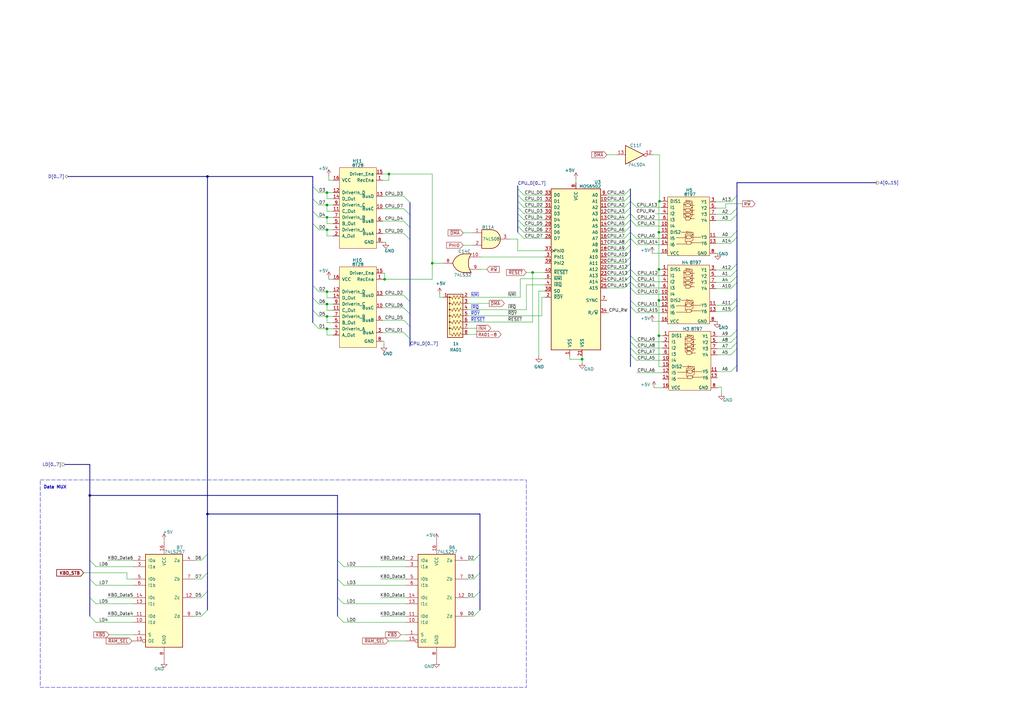
<source format=kicad_sch>
(kicad_sch (version 20230121) (generator eeschema)
  (paper "A3")
  (title_block (title "Apple II Schematic") (rev "0") (comment 1 "Captured from the Apple II Reference Manual (1979)"))
  (lib_symbols
    (symbol "74xx:74LS04"
      (property "Reference" "U" (at 0 1.27 0))
      (property "Value" "74LS04" (at 0 -1.27 0))
      (symbol "74LS04_1_0"
        (pin input line (at -7.62 0 0) (length 3.81) (name "~") (number "1"))
        (pin output inverted (at 7.62 0 180) (length 3.81) (name "~") (number "2"))
      )
      (symbol "74LS04_2_0"
        (pin input line (at -7.62 0 0) (length 3.81) (name "~") (number "3"))
        (pin output inverted (at 7.62 0 180) (length 3.81) (name "~") (number "4"))
      )
      (symbol "74LS04_3_0"
        (pin input line (at -7.62 0 0) (length 3.81) (name "~") (number "5"))
        (pin output inverted (at 7.62 0 180) (length 3.81) (name "~") (number "6"))
      )
      (symbol "74LS04_4_0"
        (pin output inverted (at 7.62 0 180) (length 3.81) (name "~") (number "8"))
        (pin input line (at -7.62 0 0) (length 3.81) (name "~") (number "9"))
      )
      (symbol "74LS04_5_0"
        (pin output inverted (at 7.62 0 180) (length 3.81) (name "~") (number "10"))
        (pin input line (at -7.62 0 0) (length 3.81) (name "~") (number "11"))
      )
      (symbol "74LS04_6_0"
        (pin output inverted (at 7.62 0 180) (length 3.81) (name "~") (number "12"))
        (pin input line (at -7.62 0 0) (length 3.81) (name "~") (number "13"))
      )
      (symbol "74LS04_7_0"
        (pin power_in line (at 0 12.7 270) (length 5.08) (name "VCC") (number "14"))
        (pin power_in line (at 0 -12.7 90) (length 5.08) (name "GND") (number "7"))
      )
    )
    (symbol "74xx:74LS08" (pin_names (offset 1.016))
      (property "Reference" "U" (at 0 1.27 0))
      (property "Value" "74LS08" (at 0 -1.27 0))
      (symbol "74LS08_1_1"
        (pin input line (at -7.62 2.54 0) (length 3.81) (name "~") (number "1"))
        (pin input line (at -7.62 -2.54 0) (length 3.81) (name "~") (number "2"))
        (pin output line (at 7.62 0 180) (length 3.81) (name "~") (number "3"))
      )
      (symbol "74LS08_1_2"
        (pin input inverted (at -7.62 2.54 0) (length 4.318) (name "~") (number "1"))
        (pin input inverted (at -7.62 -2.54 0) (length 4.318) (name "~") (number "2"))
        (pin output inverted (at 7.62 0 180) (length 3.81) (name "~") (number "3"))
      )
      (symbol "74LS08_2_1"
        (pin input line (at -7.62 2.54 0) (length 3.81) (name "~") (number "4"))
        (pin input line (at -7.62 -2.54 0) (length 3.81) (name "~") (number "5"))
        (pin output line (at 7.62 0 180) (length 3.81) (name "~") (number "6"))
      )
      (symbol "74LS08_2_2"
        (pin input inverted (at -7.62 2.54 0) (length 4.318) (name "~") (number "4"))
        (pin input inverted (at -7.62 -2.54 0) (length 4.318) (name "~") (number "5"))
        (pin output inverted (at 7.62 0 180) (length 3.81) (name "~") (number "6"))
      )
      (symbol "74LS08_3_1"
        (pin input line (at -7.62 -2.54 0) (length 3.81) (name "~") (number "10"))
        (pin output line (at 7.62 0 180) (length 3.81) (name "~") (number "8"))
        (pin input line (at -7.62 2.54 0) (length 3.81) (name "~") (number "9"))
      )
      (symbol "74LS08_3_2"
        (pin input inverted (at -7.62 -2.54 0) (length 4.318) (name "~") (number "10"))
        (pin output inverted (at 7.62 0 180) (length 3.81) (name "~") (number "8"))
        (pin input inverted (at -7.62 2.54 0) (length 4.318) (name "~") (number "9"))
      )
      (symbol "74LS08_4_1"
        (pin output line (at 7.62 0 180) (length 3.81) (name "~") (number "11"))
        (pin input line (at -7.62 2.54 0) (length 3.81) (name "~") (number "12"))
        (pin input line (at -7.62 -2.54 0) (length 3.81) (name "~") (number "13"))
      )
      (symbol "74LS08_4_2"
        (pin output inverted (at 7.62 0 180) (length 3.81) (name "~") (number "11"))
        (pin input inverted (at -7.62 2.54 0) (length 4.318) (name "~") (number "12"))
        (pin input inverted (at -7.62 -2.54 0) (length 4.318) (name "~") (number "13"))
      )
      (symbol "74LS08_5_0"
        (pin power_in line (at 0 12.7 270) (length 5.08) (name "VCC") (number "14"))
        (pin power_in line (at 0 -12.7 90) (length 5.08) (name "GND") (number "7"))
      )
    )
    (symbol "74xx:74LS257" (pin_names (offset 1.016))
      (property "Reference" "U" (at -7.62 19.05 0))
      (property "Value" "74LS257" (at -7.62 -21.59 0))
      (symbol "74LS257_1_0"
        (pin input line (at -12.7 -15.24 0) (length 5.08) (name "S") (number "1"))
        (pin input line (at -12.7 -10.16 0) (length 5.08) (name "I1d") (number "10"))
        (pin input line (at -12.7 -7.62 0) (length 5.08) (name "I0d") (number "11"))
        (pin tri_state line (at 12.7 0 180) (length 5.08) (name "Zc") (number "12"))
        (pin input line (at -12.7 -2.54 0) (length 5.08) (name "I1c") (number "13"))
        (pin input line (at -12.7 0 0) (length 5.08) (name "I0c") (number "14"))
        (pin input inverted (at -12.7 -17.78 0) (length 5.08) (name "OE") (number "15"))
        (pin power_in line (at 0 22.86 270) (length 5.08) (name "VCC") (number "16"))
        (pin input line (at -12.7 15.24 0) (length 5.08) (name "I0a") (number "2"))
        (pin input line (at -12.7 12.7 0) (length 5.08) (name "I1a") (number "3"))
        (pin tri_state line (at 12.7 15.24 180) (length 5.08) (name "Za") (number "4"))
        (pin input line (at -12.7 7.62 0) (length 5.08) (name "I0b") (number "5"))
        (pin input line (at -12.7 5.08 0) (length 5.08) (name "I1b") (number "6"))
        (pin tri_state line (at 12.7 7.62 180) (length 5.08) (name "Zb") (number "7"))
        (pin power_in line (at 0 -25.4 90) (length 5.08) (name "GND") (number "8"))
        (pin tri_state line (at 12.7 -7.62 180) (length 5.08) (name "Zd") (number "9"))
      )
    )
    (symbol "74xx:74LS32" (pin_names (offset 1.016))
      (property "Reference" "U" (at 0 1.27 0))
      (property "Value" "74LS32" (at 0 -1.27 0))
      (symbol "74LS32_1_1"
        (pin input line (at -7.62 2.54 0) (length 4.318) (name "~") (number "1"))
        (pin input line (at -7.62 -2.54 0) (length 4.318) (name "~") (number "2"))
        (pin output line (at 7.62 0 180) (length 3.81) (name "~") (number "3"))
      )
      (symbol "74LS32_1_2"
        (pin input inverted (at -7.62 2.54 0) (length 3.81) (name "~") (number "1"))
        (pin input inverted (at -7.62 -2.54 0) (length 3.81) (name "~") (number "2"))
        (pin output inverted (at 7.62 0 180) (length 3.81) (name "~") (number "3"))
      )
      (symbol "74LS32_2_1"
        (pin input line (at -7.62 2.54 0) (length 4.318) (name "~") (number "4"))
        (pin input line (at -7.62 -2.54 0) (length 4.318) (name "~") (number "5"))
        (pin output line (at 7.62 0 180) (length 3.81) (name "~") (number "6"))
      )
      (symbol "74LS32_2_2"
        (pin input inverted (at -7.62 2.54 0) (length 3.81) (name "~") (number "4"))
        (pin input inverted (at -7.62 -2.54 0) (length 3.81) (name "~") (number "5"))
        (pin output inverted (at 7.62 0 180) (length 3.81) (name "~") (number "6"))
      )
      (symbol "74LS32_3_1"
        (pin input line (at -7.62 -2.54 0) (length 4.318) (name "~") (number "10"))
        (pin output line (at 7.62 0 180) (length 3.81) (name "~") (number "8"))
        (pin input line (at -7.62 2.54 0) (length 4.318) (name "~") (number "9"))
      )
      (symbol "74LS32_3_2"
        (pin input inverted (at -7.62 -2.54 0) (length 3.81) (name "~") (number "10"))
        (pin output inverted (at 7.62 0 180) (length 3.81) (name "~") (number "8"))
        (pin input inverted (at -7.62 2.54 0) (length 3.81) (name "~") (number "9"))
      )
      (symbol "74LS32_4_1"
        (pin output line (at 7.62 0 180) (length 3.81) (name "~") (number "11"))
        (pin input line (at -7.62 2.54 0) (length 4.318) (name "~") (number "12"))
        (pin input line (at -7.62 -2.54 0) (length 4.318) (name "~") (number "13"))
      )
      (symbol "74LS32_4_2"
        (pin output inverted (at 7.62 0 180) (length 3.81) (name "~") (number "11"))
        (pin input inverted (at -7.62 2.54 0) (length 3.81) (name "~") (number "12"))
        (pin input inverted (at -7.62 -2.54 0) (length 3.81) (name "~") (number "13"))
      )
      (symbol "74LS32_5_0"
        (pin power_in line (at 0 12.7 270) (length 5.08) (name "VCC") (number "14"))
        (pin power_in line (at 0 -12.7 90) (length 5.08) (name "GND") (number "7"))
      )
    )
    (symbol "AppleII+:8T97" (pin_names (offset 1.016))
      (property "Reference" "U" (at 0 10.16 0))
      (property "Value" "8T97" (at 0.508 -16.256 0))
      (symbol "8T97_1_1"
        (pin input line (at -10.16 7.112 0) (length 2.54) (name "DIS1") (number "1"))
        (pin input line (at -10.16 -3.048 0) (length 2.54) (name "I4") (number "10"))
        (pin output line (at 12.192 -7.62 180) (length 2.54) (name "Y5") (number "11"))
        (pin input line (at -10.16 -8.128 0) (length 2.54) (name "I5") (number "12"))
        (pin output line (at 12.192 -10.16 180) (length 2.54) (name "Y6") (number "13"))
        (pin input line (at -10.16 -10.668 0) (length 2.54) (name "I6") (number "14"))
        (pin input line (at -10.16 -5.588 0) (length 2.54) (name "DIS2") (number "15"))
        (pin power_in line (at -10.16 -14.224 0) (length 2.54) (name "VCC") (number "16"))
        (pin input line (at -10.16 4.572 0) (length 2.54) (name "I1") (number "2"))
        (pin output line (at 12.192 6.858 180) (length 2.54) (name "Y1") (number "3"))
        (pin input line (at -10.16 2.032 0) (length 2.54) (name "I2") (number "4"))
        (pin output line (at 12.192 4.318 180) (length 2.54) (name "Y2") (number "5"))
        (pin input line (at -10.16 -0.508 0) (length 2.54) (name "I3") (number "6"))
        (pin output line (at 12.192 1.778 180) (length 2.54) (name "Y3") (number "7"))
        (pin power_in line (at 12.192 -14.224 180) (length 2.54) (name "GND") (number "8"))
        (pin output line (at 12.192 -0.762 180) (length 2.54) (name "Y4") (number "9"))
      )
    )
    (symbol "AppleII-rescue:8T28-AppleII" (pin_names (offset 1.016))
      (property "Reference" "U" (at -5.842 18.542 0))
      (property "Value" "AppleII_8T28" (at -5.334 16.256 0))
      (symbol "8T28-AppleII_1_1"
        (pin input line (at -10.16 -12.7 0) (length 2.54) (name "RecEna") (number "1"))
        (pin bidirectional line (at -10.16 -1.016 0) (length 2.54) (name "BusC") (number "10"))
        (pin output line (at 10.16 0 180) (length 2.54) (name "C_Out") (number "11"))
        (pin input line (at 10.16 -7.62 180) (length 2.54) (name "DriverIn_D") (number "12"))
        (pin bidirectional line (at -10.16 -6.096 0) (length 2.54) (name "BusD") (number "13"))
        (pin output line (at 10.16 -5.08 180) (length 2.54) (name "D_Out") (number "14"))
        (pin input line (at -10.16 -15.24 0) (length 2.54) (name "Driver_Ena") (number "15"))
        (pin power_in line (at 10.16 -12.7 180) (length 2.54) (name "VCC") (number "16"))
        (pin output line (at 10.16 10.16 180) (length 2.54) (name "A_Out") (number "2"))
        (pin bidirectional line (at -10.16 9.144 0) (length 2.54) (name "BusA") (number "3"))
        (pin input line (at 10.16 7.62 180) (length 2.54) (name "DriverIn_A") (number "4"))
        (pin output line (at 10.16 5.08 180) (length 2.54) (name "B_Out") (number "5"))
        (pin bidirectional line (at -10.16 4.064 0) (length 2.54) (name "BusB") (number "6"))
        (pin input line (at 10.16 2.54 180) (length 2.54) (name "DriverIn_B") (number "7"))
        (pin power_in line (at -10.16 12.7 0) (length 2.54) (name "GND") (number "8"))
        (pin input line (at 10.16 -2.54 180) (length 2.54) (name "DriverIn_C") (number "9"))
      )
    )
    (symbol "AppleII-rescue:8T97-AppleII" (pin_names (offset 1.016))
      (property "Reference" "U" (at 0 10.16 0))
      (property "Value" "AppleII_8T97" (at 0.508 -16.256 0))
      (symbol "8T97-AppleII_1_1"
        (pin input line (at -10.16 7.112 0) (length 2.54) (name "DIS1") (number "1"))
        (pin input line (at -10.16 -3.048 0) (length 2.54) (name "I4") (number "10"))
        (pin output line (at 12.192 -7.62 180) (length 2.54) (name "Y5") (number "11"))
        (pin input line (at -10.16 -8.128 0) (length 2.54) (name "I5") (number "12"))
        (pin output line (at 12.192 -10.16 180) (length 2.54) (name "Y6") (number "13"))
        (pin input line (at -10.16 -10.668 0) (length 2.54) (name "I6") (number "14"))
        (pin input line (at -10.16 -5.588 0) (length 2.54) (name "DIS2") (number "15"))
        (pin power_in line (at -10.16 -14.224 0) (length 2.54) (name "VCC") (number "16"))
        (pin input line (at -10.16 4.572 0) (length 2.54) (name "I1") (number "2"))
        (pin output line (at 12.192 6.858 180) (length 2.54) (name "Y1") (number "3"))
        (pin input line (at -10.16 2.032 0) (length 2.54) (name "I2") (number "4"))
        (pin output line (at 12.192 4.318 180) (length 2.54) (name "Y2") (number "5"))
        (pin input line (at -10.16 -0.508 0) (length 2.54) (name "I3") (number "6"))
        (pin output line (at 12.192 1.778 180) (length 2.54) (name "Y3") (number "7"))
        (pin power_in line (at 12.192 -14.224 180) (length 2.54) (name "GND") (number "8"))
        (pin output line (at 12.192 -0.762 180) (length 2.54) (name "Y4") (number "9"))
      )
    )
    (symbol "AppleII-rescue:MOS6502-AppleII" (pin_names (offset 1.016))
      (property "Reference" "U" (at -8.89 34.29 0))
      (property "Value" "AppleII_MOS6502" (at 10.16 34.29 0))
      (symbol "MOS6502-AppleII_1_1"
        (pin power_in line (at -2.54 -35.56 90) (length 2.54) (name "VSS") (number "1"))
        (pin output line (at 12.7 27.94 180) (length 2.54) (name "A1") (number "10"))
        (pin output line (at 12.7 25.4 180) (length 2.54) (name "A2") (number "11"))
        (pin output line (at 12.7 22.86 180) (length 2.54) (name "A3") (number "12"))
        (pin output line (at 12.7 20.32 180) (length 2.54) (name "A4") (number "13"))
        (pin output line (at 12.7 17.78 180) (length 2.54) (name "A5") (number "14"))
        (pin output line (at 12.7 15.24 180) (length 2.54) (name "A6") (number "15"))
        (pin output line (at 12.7 12.7 180) (length 2.54) (name "A7") (number "16"))
        (pin output line (at 12.7 10.16 180) (length 2.54) (name "A8") (number "17"))
        (pin output line (at 12.7 7.62 180) (length 2.54) (name "A9") (number "18"))
        (pin output line (at 12.7 5.08 180) (length 2.54) (name "A10") (number "19"))
        (pin bidirectional line (at -12.7 -11.43 0) (length 2.54) (name "~{RDY}") (number "2"))
        (pin output line (at 12.7 2.54 180) (length 2.54) (name "A11") (number "20"))
        (pin power_in line (at 2.54 -35.56 90) (length 2.54) (name "VSS") (number "21"))
        (pin output line (at 12.7 0 180) (length 2.54) (name "A12") (number "22"))
        (pin output line (at 12.7 -2.54 180) (length 2.54) (name "A13") (number "23"))
        (pin output line (at 12.7 -5.08 180) (length 2.54) (name "A14") (number "24"))
        (pin output line (at 12.7 -7.62 180) (length 2.54) (name "A15") (number "25"))
        (pin bidirectional line (at -12.7 12.7 0) (length 2.54) (name "D7") (number "26"))
        (pin bidirectional line (at -12.7 15.24 0) (length 2.54) (name "D6") (number "27"))
        (pin bidirectional line (at -12.7 17.78 0) (length 2.54) (name "D5") (number "28"))
        (pin bidirectional line (at -12.7 20.32 0) (length 2.54) (name "D4") (number "29"))
        (pin output line (at -12.7 5.08 0) (length 2.54) (name "Phi1") (number "3"))
        (pin bidirectional line (at -12.7 22.86 0) (length 2.54) (name "D3") (number "30"))
        (pin bidirectional line (at -12.7 25.4 0) (length 2.54) (name "D2") (number "31"))
        (pin bidirectional line (at -12.7 27.94 0) (length 2.54) (name "D1") (number "32"))
        (pin bidirectional line (at -12.7 30.48 0) (length 2.54) (name "D0") (number "33"))
        (pin output line (at 12.7 -17.78 180) (length 2.54) (name "R/~{W}") (number "34"))
        (pin no_connect line (at -12.7 -22.86 0) (length 2.54) hide (name "N.C.") (number "35"))
        (pin no_connect line (at -12.7 -25.4 0) (length 2.54) hide (name "N.C.") (number "36"))
        (pin input clock (at -12.7 7.62 0) (length 2.54) (name "Phi0") (number "37"))
        (pin input line (at -12.7 -8.89 0) (length 2.54) (name "SO") (number "38"))
        (pin output line (at -12.7 2.54 0) (length 2.54) (name "Phi2") (number "39"))
        (pin input line (at -12.7 -6.35 0) (length 2.54) (name "~{IRQ}") (number "4"))
        (pin input line (at -12.7 -1.27 0) (length 2.54) (name "~{RESET}") (number "40"))
        (pin no_connect line (at -12.7 -20.32 0) (length 2.54) hide (name "NC") (number "5"))
        (pin input line (at -12.7 -3.81 0) (length 2.54) (name "~{NMI}") (number "6"))
        (pin output line (at 12.7 -12.7 180) (length 2.54) (name "SYNC") (number "7"))
        (pin power_in line (at 0 35.56 270) (length 2.54) (name "VCC") (number "8"))
        (pin output line (at 12.7 30.48 180) (length 2.54) (name "A0") (number "9"))
      )
    )
    (symbol "Device:R_Network07_US" (pin_names (offset 0) hide)
      (property "Reference" "RN" (at -10.16 0 90))
      (property "Value" "R_Network07_US" (at 10.16 0 90))
      (symbol "R_Network07_US_1_1"
        (pin passive line (at -7.62 5.08 270) (length 2.54) (name "common") (number "1"))
        (pin passive line (at -7.62 -5.08 90) (length 1.27) (name "R1") (number "2"))
        (pin passive line (at -5.08 -5.08 90) (length 1.27) (name "R2") (number "3"))
        (pin passive line (at -2.54 -5.08 90) (length 1.27) (name "R3") (number "4"))
        (pin passive line (at 0 -5.08 90) (length 1.27) (name "R4") (number "5"))
        (pin passive line (at 2.54 -5.08 90) (length 1.27) (name "R5") (number "6"))
        (pin passive line (at 5.08 -5.08 90) (length 1.27) (name "R6") (number "7"))
        (pin passive line (at 7.62 -5.08 90) (length 1.27) (name "R7") (number "8"))
      )
    )
    (symbol "power:+5V" (power) (pin_names (offset 0))
      (property "Value" "+5V" (at 0 3.556 0))
      (symbol "+5V_1_1"
        (pin power_in line (at 0 0 90) (length 0) hide (name "+5V") (number "1"))
      )
    )
    (symbol "power:GND" (power) (pin_names (offset 0))
      (property "Value" "GND" (at 0 -3.81 0))
      (symbol "GND_1_1"
        (pin power_in line (at 0 0 270) (length 0) hide (name "GND") (number "1"))
      )
    )
  )
  (junction (at 177.292 107.95))
  (junction (at 134.112 94.234))
  (junction (at 134.112 78.994))
  (junction (at 134.112 119.634))
  (junction (at 218.44 111.76))
  (junction (at 134.112 124.714))
  (junction (at 134.112 89.154))
  (junction (at 270.256 95.25))
  (junction (at 134.112 134.874))
  (junction (at 134.112 84.074))
  (junction (at 159.512 71.374))
  (junction (at 85.09 210.82))
  (junction (at 134.112 129.794))
  (junction (at 85.09 72.39))
  (junction (at 270.256 123.19))
  (junction (at 270.256 110.49))
  (junction (at 270.51 82.55))
  (junction (at 36.83 203.2))
  (junction (at 157.734 114.554))
  (junction (at 238.76 147.32))
  (junction (at 270.256 137.668))
  (bus_entry (at 138.43 252.73) (size 2.54 2.54))
  (bus_entry (at 302.26 108.204) (size -2.54 2.54))
  (bus_entry (at 258.572 140.208) (size 2.54 2.54))
  (bus_entry (at 302.26 143.002) (size -2.54 2.54))
  (bus_entry (at 302.26 140.462) (size -2.54 2.54))
  (bus_entry (at 258.572 115.57) (size 2.54 2.54))
  (bus_entry (at 256.032 90.17) (size 2.54 -2.54))
  (bus_entry (at 168.148 83.058) (size -2.54 -2.54))
  (bus_entry (at 256.032 102.87) (size 2.54 -2.54))
  (bus_entry (at 36.83 245.11) (size 2.54 2.54))
  (bus_entry (at 128.27 91.694) (size 2.54 2.54))
  (bus_entry (at 196.85 250.19) (size -2.54 2.54))
  (bus_entry (at 258.572 145.288) (size 2.54 2.54))
  (bus_entry (at 258.572 137.668) (size 2.54 2.54))
  (bus_entry (at 168.148 133.858) (size -2.54 -2.54))
  (bus_entry (at 212.344 95.25) (size 2.54 2.54))
  (bus_entry (at 258.572 95.25) (size 2.54 2.54))
  (bus_entry (at 256.032 95.25) (size 2.54 -2.54))
  (bus_entry (at 128.27 81.534) (size 2.54 2.54))
  (bus_entry (at 85.09 234.95) (size -2.54 2.54))
  (bus_entry (at 256.032 97.79) (size 2.54 -2.54))
  (bus_entry (at 302.26 87.884) (size -2.54 2.54))
  (bus_entry (at 138.43 237.49) (size 2.54 2.54))
  (bus_entry (at 302.26 97.282) (size -2.54 2.54))
  (bus_entry (at 128.27 127.254) (size 2.54 2.54))
  (bus_entry (at 85.09 250.19) (size -2.54 2.54))
  (bus_entry (at 196.85 242.57) (size -2.54 2.54))
  (bus_entry (at 258.572 118.11) (size 2.54 2.54))
  (bus_entry (at 302.26 80.264) (size -2.54 2.54))
  (bus_entry (at 36.83 252.73) (size 2.54 2.54))
  (bus_entry (at 302.26 85.344) (size -2.54 2.54))
  (bus_entry (at 168.148 123.698) (size -2.54 -2.54))
  (bus_entry (at 258.572 90.17) (size 2.54 2.54))
  (bus_entry (at 128.27 117.094) (size 2.54 2.54))
  (bus_entry (at 302.26 135.382) (size -2.54 2.54))
  (bus_entry (at 85.09 242.57) (size -2.54 2.54))
  (bus_entry (at 256.032 85.09) (size 2.54 -2.54))
  (bus_entry (at 212.344 92.71) (size 2.54 2.54))
  (bus_entry (at 128.27 132.334) (size 2.54 2.54))
  (bus_entry (at 302.26 94.742) (size -2.54 2.54))
  (bus_entry (at 196.85 234.95) (size -2.54 2.54))
  (bus_entry (at 258.572 110.49) (size 2.54 2.54))
  (bus_entry (at 36.83 237.49) (size 2.54 2.54))
  (bus_entry (at 302.26 110.744) (size -2.54 2.54))
  (bus_entry (at 138.43 245.11) (size 2.54 2.54))
  (bus_entry (at 212.344 80.01) (size 2.54 2.54))
  (bus_entry (at 258.572 123.19) (size 2.54 2.54))
  (bus_entry (at 256.032 110.49) (size 2.54 -2.54))
  (bus_entry (at 256.032 107.95) (size 2.54 -2.54))
  (bus_entry (at 212.344 90.17) (size 2.54 2.54))
  (bus_entry (at 256.032 118.11) (size 2.54 -2.54))
  (bus_entry (at 258.572 125.73) (size 2.54 2.54))
  (bus_entry (at 302.26 125.222) (size -2.54 2.54))
  (bus_entry (at 168.148 93.218) (size -2.54 -2.54))
  (bus_entry (at 256.032 92.71) (size 2.54 -2.54))
  (bus_entry (at 258.572 82.55) (size 2.54 2.54))
  (bus_entry (at 128.27 122.174) (size 2.54 2.54))
  (bus_entry (at 168.148 98.298) (size -2.54 -2.54))
  (bus_entry (at 258.572 113.03) (size 2.54 2.54))
  (bus_entry (at 302.26 113.284) (size -2.54 2.54))
  (bus_entry (at 168.148 138.938) (size -2.54 -2.54))
  (bus_entry (at 256.032 113.03) (size 2.54 -2.54))
  (bus_entry (at 256.032 115.57) (size 2.54 -2.54))
  (bus_entry (at 258.572 77.47) (size -2.54 2.54))
  (bus_entry (at 212.344 87.63) (size 2.54 2.54))
  (bus_entry (at 258.572 142.748) (size 2.54 2.54))
  (bus_entry (at 212.344 85.09) (size 2.54 2.54))
  (bus_entry (at 256.032 87.63) (size 2.54 -2.54))
  (bus_entry (at 85.09 227.33) (size -2.54 2.54))
  (bus_entry (at 258.572 87.63) (size 2.54 2.54))
  (bus_entry (at 256.032 100.33) (size 2.54 -2.54))
  (bus_entry (at 212.344 77.47) (size 2.54 2.54))
  (bus_entry (at 258.572 80.01) (size -2.54 2.54))
  (bus_entry (at 168.148 128.778) (size -2.54 -2.54))
  (bus_entry (at 168.148 88.138) (size -2.54 -2.54))
  (bus_entry (at 212.344 82.55) (size 2.54 2.54))
  (bus_entry (at 128.27 76.454) (size 2.54 2.54))
  (bus_entry (at 128.27 86.614) (size 2.54 2.54))
  (bus_entry (at 138.43 229.87) (size 2.54 2.54))
  (bus_entry (at 256.032 105.41) (size 2.54 -2.54))
  (bus_entry (at 302.26 149.86) (size -2.54 2.54))
  (bus_entry (at 36.83 229.87) (size 2.54 2.54))
  (bus_entry (at 302.26 115.824) (size -2.54 2.54))
  (bus_entry (at 258.572 97.79) (size 2.54 2.54))
  (bus_entry (at 302.26 137.922) (size -2.54 2.54))
  (bus_entry (at 196.85 227.33) (size -2.54 2.54))
  (bus_entry (at 302.26 122.682) (size -2.54 2.54))
  (bus (pts (xy 302.26 97.282) (xy 302.26 108.204)))
  (wire (pts (xy 248.92 113.03) (xy 256.032 113.03)))
  (bus (pts (xy 258.572 145.288) (xy 258.572 150.368)))
  (bus (pts (xy 212.344 76.2) (xy 212.344 77.47)))
  (wire (pts (xy 248.92 90.17) (xy 256.032 90.17)))
  (bus (pts (xy 26.67 190.5) (xy 36.83 190.5)))
  (wire (pts (xy 248.92 95.25) (xy 256.032 95.25)))
  (wire (pts (xy 248.92 63.5) (xy 252.73 63.5)))
  (wire (pts (xy 156.972 139.954) (xy 157.48 139.954)))
  (bus (pts (xy 85.09 72.39) (xy 128.27 72.39)))
  (wire (pts (xy 261.112 92.71) (xy 271.272 92.71)))
  (bus (pts (xy 258.572 113.03) (xy 258.572 115.57)))
  (bus (pts (xy 302.26 122.682) (xy 302.26 125.222)))
  (wire (pts (xy 214.884 97.79) (xy 223.52 97.79)))
  (wire (pts (xy 271.272 82.55) (xy 270.51 82.55)))
  (wire (pts (xy 271.272 123.19) (xy 270.256 123.19)))
  (wire (pts (xy 295.91 158.75) (xy 295.91 161.29)))
  (wire (pts (xy 261.112 128.27) (xy 271.272 128.27)))
  (bus (pts (xy 138.43 245.11) (xy 138.43 252.73)))
  (wire (pts (xy 212.344 98.044) (xy 212.344 102.87)))
  (wire (pts (xy 166.37 229.87) (xy 156.21 229.87)))
  (wire (pts (xy 39.37 247.65) (xy 54.61 247.65)))
  (wire (pts (xy 214.884 95.25) (xy 223.52 95.25)))
  (wire (pts (xy 166.37 237.49) (xy 156.21 237.49)))
  (bus (pts (xy 302.26 115.824) (xy 302.26 122.682)))
  (wire (pts (xy 134.112 89.154) (xy 136.652 89.154)))
  (bus (pts (xy 168.148 133.858) (xy 168.148 138.938)))
  (bus (pts (xy 212.344 77.47) (xy 212.344 80.01)))
  (wire (pts (xy 136.652 81.534) (xy 134.112 81.534)))
  (wire (pts (xy 134.112 94.234) (xy 136.652 94.234)))
  (bus (pts (xy 168.148 128.778) (xy 168.148 133.858)))
  (wire (pts (xy 191.77 252.73) (xy 194.31 252.73)))
  (wire (pts (xy 213.36 114.3) (xy 213.36 121.92)))
  (wire (pts (xy 180.34 121.92) (xy 181.61 121.92)))
  (wire (pts (xy 295.91 158.75) (xy 294.64 158.75)))
  (bus (pts (xy 27.94 72.39) (xy 85.09 72.39)))
  (wire (pts (xy 297.688 83.566) (xy 304.546 83.566)))
  (wire (pts (xy 157.734 112.014) (xy 157.734 114.554)))
  (wire (pts (xy 134.112 134.874) (xy 136.652 134.874)))
  (wire (pts (xy 261.112 152.908) (xy 271.78 152.908)))
  (bus (pts (xy 302.26 85.344) (xy 302.26 87.884)))
  (wire (pts (xy 293.624 85.344) (xy 297.688 85.344)))
  (wire (pts (xy 165.608 126.238) (xy 156.972 126.238)))
  (bus (pts (xy 258.572 95.25) (xy 258.572 97.79)))
  (wire (pts (xy 180.34 120.65) (xy 180.34 121.92)))
  (wire (pts (xy 199.644 110.49) (xy 197.104 110.49)))
  (bus (pts (xy 258.572 123.19) (xy 258.572 125.73)))
  (wire (pts (xy 166.37 252.73) (xy 156.21 252.73)))
  (bus (pts (xy 258.572 105.41) (xy 258.572 107.95)))
  (wire (pts (xy 248.92 92.71) (xy 256.032 92.71)))
  (wire (pts (xy 134.112 129.794) (xy 136.652 129.794)))
  (bus (pts (xy 196.85 227.33) (xy 196.85 234.95)))
  (wire (pts (xy 214.884 80.01) (xy 223.52 80.01)))
  (bus (pts (xy 258.572 90.17) (xy 258.572 92.71)))
  (bus (pts (xy 258.572 97.79) (xy 258.572 100.33)))
  (bus (pts (xy 196.85 242.57) (xy 196.85 250.19)))
  (wire (pts (xy 134.112 124.714) (xy 136.652 124.714)))
  (wire (pts (xy 270.51 82.55) (xy 270.51 63.5)))
  (bus (pts (xy 168.148 88.138) (xy 168.148 93.218)))
  (wire (pts (xy 136.652 96.774) (xy 134.112 96.774)))
  (wire (pts (xy 271.78 150.368) (xy 270.256 150.368)))
  (bus (pts (xy 302.26 125.222) (xy 302.26 135.382)))
  (bus (pts (xy 196.85 234.95) (xy 196.85 242.57)))
  (wire (pts (xy 181.864 107.95) (xy 177.292 107.95)))
  (bus (pts (xy 128.27 86.614) (xy 128.27 91.694)))
  (bus (pts (xy 128.27 122.174) (xy 128.27 127.254)))
  (wire (pts (xy 39.37 240.03) (xy 54.61 240.03)))
  (wire (pts (xy 130.81 119.634) (xy 134.112 119.634)))
  (wire (pts (xy 177.292 107.95) (xy 177.292 71.374)))
  (wire (pts (xy 166.37 260.35) (xy 164.338 260.35)))
  (bus (pts (xy 258.572 110.49) (xy 258.572 113.03)))
  (wire (pts (xy 294.132 140.462) (xy 299.72 140.462)))
  (wire (pts (xy 214.884 90.17) (xy 223.52 90.17)))
  (bus (pts (xy 36.83 245.11) (xy 36.83 252.73)))
  (wire (pts (xy 222.25 121.92) (xy 223.52 121.92)))
  (wire (pts (xy 39.37 255.27) (xy 54.61 255.27)))
  (wire (pts (xy 165.608 95.758) (xy 156.972 95.758)))
  (wire (pts (xy 261.112 97.79) (xy 271.272 97.79)))
  (bus (pts (xy 302.26 108.204) (xy 302.26 110.744)))
  (wire (pts (xy 270.256 123.19) (xy 270.256 110.49)))
  (bus (pts (xy 212.344 87.63) (xy 212.344 90.17)))
  (bus (pts (xy 85.09 72.39) (xy 85.09 210.82)))
  (wire (pts (xy 271.272 95.25) (xy 270.256 95.25)))
  (wire (pts (xy 293.624 118.364) (xy 299.72 118.364)))
  (wire (pts (xy 268.224 159.004) (xy 271.78 159.004)))
  (wire (pts (xy 165.608 80.518) (xy 156.972 80.518)))
  (wire (pts (xy 220.98 119.38) (xy 223.52 119.38)))
  (wire (pts (xy 166.37 245.11) (xy 156.21 245.11)))
  (wire (pts (xy 271.78 137.668) (xy 270.256 137.668)))
  (wire (pts (xy 261.112 147.828) (xy 271.78 147.828)))
  (bus (pts (xy 36.83 203.2) (xy 36.83 229.87)))
  (bus (pts (xy 258.572 142.748) (xy 258.572 145.288)))
  (wire (pts (xy 293.624 115.824) (xy 299.72 115.824)))
  (bus (pts (xy 258.572 107.95) (xy 258.572 110.49)))
  (bus (pts (xy 36.83 237.49) (xy 36.83 245.11)))
  (wire (pts (xy 156.972 73.914) (xy 159.512 73.914)))
  (bus (pts (xy 36.83 190.5) (xy 36.83 203.2)))
  (wire (pts (xy 52.07 234.95) (xy 52.07 237.49)))
  (bus (pts (xy 302.26 74.93) (xy 359.41 74.93)))
  (bus (pts (xy 258.572 137.668) (xy 258.572 140.208)))
  (wire (pts (xy 179.07 271.272) (xy 179.07 270.51)))
  (wire (pts (xy 134.874 72.136) (xy 134.874 73.914)))
  (wire (pts (xy 270.256 150.368) (xy 270.256 137.668)))
  (bus (pts (xy 128.27 76.454) (xy 128.27 81.534)))
  (wire (pts (xy 189.992 95.504) (xy 193.802 95.504)))
  (bus (pts (xy 258.572 80.01) (xy 258.572 82.55)))
  (bus (pts (xy 302.26 149.86) (xy 302.26 152.4)))
  (bus (pts (xy 212.344 90.17) (xy 212.344 92.71)))
  (wire (pts (xy 165.608 131.318) (xy 156.972 131.318)))
  (wire (pts (xy 134.112 137.414) (xy 134.112 134.874)))
  (wire (pts (xy 191.77 129.54) (xy 222.25 129.54)))
  (wire (pts (xy 44.704 260.35) (xy 54.61 260.35)))
  (bus (pts (xy 85.09 242.57) (xy 85.09 250.19)))
  (wire (pts (xy 261.112 90.17) (xy 271.272 90.17)))
  (wire (pts (xy 157.734 114.554) (xy 156.972 114.554)))
  (wire (pts (xy 39.37 232.41) (xy 54.61 232.41)))
  (bus (pts (xy 258.572 102.87) (xy 258.572 105.41)))
  (bus (pts (xy 302.26 94.742) (xy 302.26 97.282)))
  (wire (pts (xy 159.512 71.374) (xy 156.972 71.374)))
  (wire (pts (xy 261.112 100.33) (xy 271.272 100.33)))
  (wire (pts (xy 54.102 262.89) (xy 54.61 262.89)))
  (wire (pts (xy 134.874 114.046) (xy 134.874 114.554)))
  (wire (pts (xy 248.92 100.33) (xy 256.032 100.33)))
  (wire (pts (xy 44.196 229.87) (xy 54.61 229.87)))
  (bus (pts (xy 258.572 85.09) (xy 258.572 87.63)))
  (wire (pts (xy 134.112 127.254) (xy 134.112 124.714)))
  (wire (pts (xy 261.112 120.65) (xy 271.272 120.65)))
  (wire (pts (xy 293.624 125.222) (xy 299.72 125.222)))
  (wire (pts (xy 293.624 113.284) (xy 299.72 113.284)))
  (bus (pts (xy 258.572 115.57) (xy 258.572 118.11)))
  (wire (pts (xy 215.9 127) (xy 215.9 116.84)))
  (wire (pts (xy 248.92 102.87) (xy 256.032 102.87)))
  (wire (pts (xy 134.112 119.634) (xy 136.652 119.634)))
  (wire (pts (xy 293.624 131.826) (xy 294.132 131.826)))
  (wire (pts (xy 261.112 125.73) (xy 271.272 125.73)))
  (wire (pts (xy 130.81 78.994) (xy 134.112 78.994)))
  (wire (pts (xy 52.07 234.95) (xy 34.29 234.95)))
  (bus (pts (xy 168.148 138.938) (xy 168.148 141.986)))
  (wire (pts (xy 134.874 73.914) (xy 136.652 73.914)))
  (wire (pts (xy 248.92 87.63) (xy 256.032 87.63)))
  (wire (pts (xy 294.64 159.004) (xy 294.132 159.004)))
  (bus (pts (xy 128.27 75.184) (xy 128.27 76.454)))
  (wire (pts (xy 140.97 255.27) (xy 166.37 255.27)))
  (bus (pts (xy 128.27 127.254) (xy 128.27 132.334)))
  (wire (pts (xy 238.76 147.32) (xy 238.76 146.05)))
  (wire (pts (xy 134.112 122.174) (xy 134.112 119.634)))
  (bus (pts (xy 212.344 85.09) (xy 212.344 87.63)))
  (wire (pts (xy 248.92 82.55) (xy 256.032 82.55)))
  (wire (pts (xy 197.104 105.41) (xy 223.52 105.41)))
  (wire (pts (xy 261.112 113.03) (xy 271.272 113.03)))
  (wire (pts (xy 267.462 131.826) (xy 271.272 131.826)))
  (wire (pts (xy 212.344 102.87) (xy 223.52 102.87)))
  (wire (pts (xy 261.112 140.208) (xy 271.78 140.208)))
  (bus (pts (xy 212.344 80.01) (xy 212.344 82.55)))
  (bus (pts (xy 302.26 80.264) (xy 302.26 85.344)))
  (wire (pts (xy 191.77 137.16) (xy 195.58 137.16)))
  (wire (pts (xy 293.624 90.424) (xy 299.72 90.424)))
  (wire (pts (xy 177.292 114.554) (xy 177.292 107.95)))
  (wire (pts (xy 140.97 240.03) (xy 166.37 240.03)))
  (wire (pts (xy 214.884 85.09) (xy 223.52 85.09)))
  (wire (pts (xy 177.292 71.374) (xy 159.512 71.374)))
  (wire (pts (xy 293.624 82.804) (xy 299.72 82.804)))
  (wire (pts (xy 248.92 107.95) (xy 256.032 107.95)))
  (wire (pts (xy 130.81 129.794) (xy 134.112 129.794)))
  (bus (pts (xy 128.27 81.534) (xy 128.27 86.614)))
  (wire (pts (xy 134.112 132.334) (xy 134.112 129.794)))
  (wire (pts (xy 165.608 121.158) (xy 156.972 121.158)))
  (wire (pts (xy 189.992 100.584) (xy 193.802 100.584)))
  (bus (pts (xy 302.26 110.744) (xy 302.26 113.284)))
  (wire (pts (xy 233.68 146.05) (xy 233.68 147.32)))
  (bus (pts (xy 302.26 87.884) (xy 302.26 94.742)))
  (bus (pts (xy 85.09 227.33) (xy 85.09 234.95)))
  (bus (pts (xy 168.148 123.698) (xy 168.148 128.778)))
  (wire (pts (xy 80.01 252.73) (xy 82.55 252.73)))
  (wire (pts (xy 191.77 229.87) (xy 194.31 229.87)))
  (bus (pts (xy 196.85 210.82) (xy 196.85 227.33)))
  (wire (pts (xy 220.98 119.38) (xy 220.98 146.05)))
  (wire (pts (xy 214.884 82.55) (xy 223.52 82.55)))
  (wire (pts (xy 214.884 92.71) (xy 223.52 92.71)))
  (wire (pts (xy 233.68 147.32) (xy 238.76 147.32)))
  (bus (pts (xy 85.09 210.82) (xy 196.85 210.82)))
  (wire (pts (xy 297.688 85.344) (xy 297.688 83.566)))
  (wire (pts (xy 261.112 118.11) (xy 271.272 118.11)))
  (bus (pts (xy 258.572 118.11) (xy 258.572 123.19)))
  (wire (pts (xy 293.624 103.886) (xy 294.386 103.886)))
  (wire (pts (xy 293.624 97.282) (xy 299.72 97.282)))
  (bus (pts (xy 168.148 93.218) (xy 168.148 98.298)))
  (wire (pts (xy 248.92 118.11) (xy 256.032 118.11)))
  (wire (pts (xy 294.132 137.922) (xy 299.72 137.922)))
  (bus (pts (xy 302.26 140.462) (xy 302.26 143.002)))
  (wire (pts (xy 177.292 114.554) (xy 157.734 114.554)))
  (wire (pts (xy 270.256 95.25) (xy 270.256 82.55)))
  (wire (pts (xy 136.652 137.414) (xy 134.112 137.414)))
  (wire (pts (xy 248.92 110.49) (xy 256.032 110.49)))
  (bus (pts (xy 302.26 143.002) (xy 302.26 149.86)))
  (wire (pts (xy 191.77 134.62) (xy 195.58 134.62)))
  (wire (pts (xy 218.44 111.76) (xy 223.52 111.76)))
  (bus (pts (xy 302.26 77.47) (xy 302.26 74.93)))
  (wire (pts (xy 248.92 105.41) (xy 256.032 105.41)))
  (bus (pts (xy 302.26 113.284) (xy 302.26 115.824)))
  (bus (pts (xy 36.83 229.87) (xy 36.83 237.49)))
  (wire (pts (xy 134.112 86.614) (xy 134.112 84.074)))
  (wire (pts (xy 191.77 121.92) (xy 213.36 121.92)))
  (wire (pts (xy 222.25 129.54) (xy 222.25 121.92)))
  (bus (pts (xy 302.26 137.922) (xy 302.26 140.462)))
  (wire (pts (xy 248.92 128.27) (xy 249.682 128.27)))
  (wire (pts (xy 80.01 237.49) (xy 82.55 237.49)))
  (wire (pts (xy 270.256 137.668) (xy 270.256 123.19)))
  (wire (pts (xy 270.51 82.55) (xy 270.256 82.55)))
  (bus (pts (xy 36.83 203.2) (xy 138.43 203.2)))
  (bus (pts (xy 85.09 234.95) (xy 85.09 242.57)))
  (wire (pts (xy 248.92 115.57) (xy 256.032 115.57)))
  (wire (pts (xy 140.97 247.65) (xy 166.37 247.65)))
  (wire (pts (xy 261.112 115.57) (xy 271.272 115.57)))
  (wire (pts (xy 156.972 99.314) (xy 158.242 99.314)))
  (wire (pts (xy 215.9 111.76) (xy 218.44 111.76)))
  (wire (pts (xy 165.608 85.598) (xy 156.972 85.598)))
  (wire (pts (xy 140.97 232.41) (xy 166.37 232.41)))
  (wire (pts (xy 209.042 98.044) (xy 212.344 98.044)))
  (bus (pts (xy 258.572 100.33) (xy 258.572 102.87)))
  (bus (pts (xy 168.148 83.058) (xy 168.148 88.138)))
  (wire (pts (xy 238.76 148.59) (xy 238.76 147.32)))
  (wire (pts (xy 261.112 85.09) (xy 271.272 85.09)))
  (wire (pts (xy 80.01 229.87) (xy 82.55 229.87)))
  (wire (pts (xy 165.608 90.678) (xy 156.972 90.678)))
  (wire (pts (xy 134.112 78.994) (xy 136.652 78.994)))
  (bus (pts (xy 258.572 125.73) (xy 258.572 137.668)))
  (bus (pts (xy 258.572 87.63) (xy 258.572 90.17)))
  (bus (pts (xy 168.148 98.298) (xy 168.148 123.698)))
  (wire (pts (xy 248.92 85.09) (xy 256.032 85.09)))
  (wire (pts (xy 130.81 89.154) (xy 134.112 89.154)))
  (wire (pts (xy 294.64 158.75) (xy 294.64 159.004)))
  (wire (pts (xy 270.256 110.49) (xy 270.256 95.25)))
  (wire (pts (xy 191.77 245.11) (xy 194.31 245.11)))
  (wire (pts (xy 191.77 132.08) (xy 218.44 132.08)))
  (wire (pts (xy 261.112 142.748) (xy 271.78 142.748)))
  (bus (pts (xy 302.26 135.382) (xy 302.26 137.922)))
  (wire (pts (xy 130.81 134.874) (xy 134.112 134.874)))
  (wire (pts (xy 293.624 127.762) (xy 299.72 127.762)))
  (bus (pts (xy 128.27 72.39) (xy 128.27 74.93)))
  (wire (pts (xy 166.37 262.89) (xy 159.258 262.89)))
  (wire (pts (xy 134.112 96.774) (xy 134.112 94.234)))
  (wire (pts (xy 67.31 271.272) (xy 67.31 270.51)))
  (wire (pts (xy 213.36 114.3) (xy 223.52 114.3)))
  (wire (pts (xy 267.462 103.886) (xy 271.272 103.886)))
  (wire (pts (xy 191.77 237.49) (xy 194.31 237.49)))
  (wire (pts (xy 218.44 111.76) (xy 218.44 132.08)))
  (wire (pts (xy 67.31 221.488) (xy 67.31 222.25)))
  (bus (pts (xy 258.572 82.55) (xy 258.572 85.09)))
  (bus (pts (xy 128.27 117.094) (xy 128.27 122.174)))
  (wire (pts (xy 293.624 99.822) (xy 299.72 99.822)))
  (wire (pts (xy 130.81 84.074) (xy 134.112 84.074)))
  (wire (pts (xy 130.81 124.714) (xy 134.112 124.714)))
  (wire (pts (xy 268.732 87.63) (xy 271.272 87.63)))
  (bus (pts (xy 258.572 92.71) (xy 258.572 95.25)))
  (wire (pts (xy 294.132 152.4) (xy 299.72 152.4)))
  (wire (pts (xy 156.972 112.014) (xy 157.734 112.014)))
  (wire (pts (xy 179.07 221.488) (xy 179.07 222.25)))
  (wire (pts (xy 294.132 145.542) (xy 299.72 145.542)))
  (wire (pts (xy 134.112 81.534) (xy 134.112 78.994)))
  (wire (pts (xy 248.92 80.01) (xy 256.032 80.01)))
  (wire (pts (xy 294.132 143.002) (xy 299.72 143.002)))
  (wire (pts (xy 136.652 86.614) (xy 134.112 86.614)))
  (wire (pts (xy 271.272 110.49) (xy 270.256 110.49)))
  (wire (pts (xy 159.512 73.914) (xy 159.512 71.374)))
  (bus (pts (xy 212.344 92.71) (xy 212.344 95.25)))
  (bus (pts (xy 258.572 77.47) (xy 258.572 80.01)))
  (bus (pts (xy 85.09 210.82) (xy 85.09 227.33)))
  (wire (pts (xy 136.652 91.694) (xy 134.112 91.694)))
  (wire (pts (xy 136.652 127.254) (xy 134.112 127.254)))
  (wire (pts (xy 165.608 136.398) (xy 156.972 136.398)))
  (wire (pts (xy 191.77 124.46) (xy 200.66 124.46)))
  (wire (pts (xy 134.112 84.074) (xy 136.652 84.074)))
  (wire (pts (xy 215.9 116.84) (xy 223.52 116.84)))
  (wire (pts (xy 44.196 252.73) (xy 54.61 252.73)))
  (bus (pts (xy 138.43 203.2) (xy 138.43 229.87)))
  (bus (pts (xy 138.43 229.87) (xy 138.43 237.49)))
  (wire (pts (xy 248.92 97.79) (xy 256.032 97.79)))
  (wire (pts (xy 52.07 237.49) (xy 54.61 237.49)))
  (wire (pts (xy 157.48 139.954) (xy 157.48 141.478)))
  (bus (pts (xy 138.43 237.49) (xy 138.43 245.11)))
  (wire (pts (xy 44.196 245.11) (xy 54.61 245.11)))
  (bus (pts (xy 212.344 82.55) (xy 212.344 85.09)))
  (bus (pts (xy 258.572 140.208) (xy 258.572 142.748)))
  (wire (pts (xy 261.112 145.288) (xy 271.78 145.288)))
  (wire (pts (xy 136.652 122.174) (xy 134.112 122.174)))
  (wire (pts (xy 214.884 87.63) (xy 223.52 87.63)))
  (bus (pts (xy 302.26 77.724) (xy 302.26 80.264)))
  (wire (pts (xy 136.652 132.334) (xy 134.112 132.334)))
  (wire (pts (xy 293.624 110.744) (xy 299.72 110.744)))
  (wire (pts (xy 293.624 87.884) (xy 299.72 87.884)))
  (wire (pts (xy 191.77 127) (xy 215.9 127)))
  (bus (pts (xy 128.27 91.694) (xy 128.27 117.094)))
  (wire (pts (xy 130.81 94.234) (xy 134.112 94.234)))
  (wire (pts (xy 134.112 91.694) (xy 134.112 89.154)))
  (wire (pts (xy 236.22 74.93) (xy 236.22 73.406)))
  (wire (pts (xy 267.97 63.5) (xy 270.51 63.5)))
  (wire (pts (xy 80.01 245.11) (xy 82.55 245.11)))
  (wire (pts (xy 134.874 114.554) (xy 136.652 114.554)))
  (rectangle (start 16.51 196.85) (end 215.9 281.94) (stroke (width 0) (type dash)))
  (text "~{RESET}" (at 193.04 132.08 0) (effects (font (size 1.27 1.27)) (justify left bottom)))
  (text "~{IRQ}" (at 193.04 127 0) (effects (font (size 1.27 1.27)) (justify left bottom)))
  (text "~{NMI}" (at 193.04 121.92 0) (effects (font (size 1.27 1.27)) (justify left bottom)))
  (text "Data MUX" (at 17.78 200.66 0) (effects (font (size 1.27 1.27) (thickness 0.254) bold) (justify left bottom)))
  (text "~{RDY}" (at 193.04 129.54 0) (effects (font (size 1.27 1.27)) (justify left bottom)))
  (label "D5" (at 130.81 129.794 0))
  (label "D3" (at 130.81 78.994 0))
  (label "LD1" (at 142.24 247.65 0))
  (label "A5" (at 296.164 145.542 0))
  (label "CPU_A15" (at 248.92 118.11 0))
  (label "CPU_A2" (at 261.366 90.17 0))
  (label "CPU_A7" (at 261.366 145.288 0))
  (label "KBD_Data1" (at 166.37 245.11 180))
  (label "~{RESET}" (at 208.28 132.08 0))
  (label "CPU_A11" (at 261.366 125.73 0))
  (label "KBD_Data3" (at 166.37 237.49 180))
  (label "D2" (at 130.81 119.634 0))
  (label "KBD_Data6" (at 44.196 229.87 0))
  (label "LD0" (at 142.24 255.27 0))
  (label "CPU_A15" (at 261.366 128.27 0))
  (label "D1" (at 191.77 245.11 0))
  (label "CPU_RW" (at 249.682 128.27 0))
  (label "D3" (at 191.77 237.49 0))
  (label "CPU_A8" (at 248.92 100.33 0))
  (label "LD4" (at 40.64 255.27 0))
  (label "CPU_D1" (at 165.354 136.398 180))
  (label "CPU_A4" (at 261.366 118.11 0))
  (label "A11" (at 296.164 125.222 0))
  (label "CPU_A13" (at 248.92 113.03 0))
  (label "CPU_D2" (at 165.354 121.158 180))
  (label "CPU_A6" (at 261.366 152.908 0))
  (label "CPU_A7" (at 248.92 97.79 0))
  (label "A1" (at 296.164 113.284 0))
  (label "A8" (at 296.164 140.462 0))
  (label "CPU_D7" (at 165.354 85.598 180))
  (label "CPU_A3" (at 261.366 92.71 0))
  (label "D4" (at 130.81 89.154 0))
  (label "A13" (at 296.164 82.804 0))
  (label "A3" (at 296.164 90.424 0))
  (label "~{NMI}" (at 208.28 121.92 0))
  (label "LD3" (at 142.24 240.03 0))
  (label "LD7" (at 40.64 240.03 0))
  (label "CPU_RW" (at 268.732 87.63 180))
  (label "D0" (at 130.81 94.234 0))
  (label "CPU_D6" (at 215.138 95.25 0))
  (label "CPU_A4" (at 248.92 90.17 0))
  (label "A4" (at 296.164 115.824 0))
  (label "CPU_A10" (at 248.92 105.41 0))
  (label "CPU_A10" (at 261.366 120.65 0))
  (label "CPU_A5" (at 261.366 147.828 0))
  (label "CPU_A9" (at 261.366 140.208 0))
  (label "CPU_A9" (at 248.92 102.87 0))
  (label "A9" (at 296.164 137.922 0))
  (label "~{RDY}" (at 208.28 129.54 0))
  (label "D2" (at 191.77 229.87 0))
  (label "LD2" (at 142.24 232.41 0))
  (label "CPU_D[0..7]" (at 168.148 141.986 0))
  (label "CPU_A11" (at 248.92 107.95 0))
  (label "CPU_D0" (at 165.354 95.758 180))
  (label "D7" (at 130.81 84.074 0))
  (label "CPU_A3" (at 248.92 87.63 0))
  (label "CPU_D5" (at 215.138 92.71 0))
  (label "CPU_A6" (at 248.92 95.25 0))
  (label "CPU_D1" (at 215.138 82.55 0))
  (label "CPU_D[0..7]" (at 212.344 76.2 0))
  (label "CPU_D7" (at 215.138 97.79 0))
  (label "CPU_D4" (at 215.138 90.17 0))
  (label "CPU_A8" (at 261.366 142.748 0))
  (label "CPU_D6" (at 165.354 126.238 180))
  (label "LD5" (at 40.64 247.65 0))
  (label "D1" (at 130.81 134.874 0))
  (label "A0" (at 296.164 97.282 0))
  (label "D5" (at 80.01 245.11 0))
  (label "A6" (at 296.164 152.4 0))
  (label "D6" (at 130.81 124.714 0))
  (label "D4" (at 80.01 252.73 0))
  (label "CPU_A12" (at 261.366 113.03 0))
  (label "LD6" (at 40.64 232.41 0))
  (label "~{IRQ}" (at 208.28 127 0))
  (label "A7" (at 296.164 143.002 0))
  (label "CPU_A14" (at 261.366 100.33 0))
  (label "CPU_A0" (at 261.366 97.79 0))
  (label "CPU_A5" (at 248.92 92.71 0))
  (label "D7" (at 80.01 237.49 0))
  (label "A12" (at 296.164 110.744 0))
  (label "KBD_Data0" (at 166.37 252.73 180))
  (label "A15" (at 296.164 127.762 0))
  (label "CPU_D5" (at 165.354 131.318 180))
  (label "CPU_A0" (at 248.92 80.01 0))
  (label "A10" (at 296.164 118.364 0))
  (label "D6" (at 80.01 229.87 0))
  (label "A2" (at 296.164 87.884 0))
  (label "KBD_Data4" (at 44.196 252.73 0))
  (label "CPU_D4" (at 165.354 90.678 180))
  (label "A14" (at 296.164 99.822 0))
  (label "CPU_A14" (at 248.92 115.57 0))
  (label "CPU_D2" (at 215.138 85.09 0))
  (label "CPU_A2" (at 248.92 85.09 0))
  (label "CPU_A13" (at 261.112 85.09 0))
  (label "CPU_D3" (at 215.138 87.63 0))
  (label "KBD_Data2" (at 166.37 229.87 180))
  (label "D0" (at 191.77 252.73 0))
  (label "KBD_Data5" (at 44.196 245.11 0))
  (label "CPU_A1" (at 248.92 82.55 0))
  (label "CPU_D3" (at 165.354 80.518 180))
  (label "CPU_D0" (at 215.138 80.01 0))
  (label "CPU_A12" (at 248.92 110.49 0))
  (label "CPU_A1" (at 261.366 115.57 0))
  (global_label "~{DMA}" (shape output) (at 200.66 124.46 0) (property "Intersheetrefs" "${INTERSHEET_REFS}" (effects hide)))
  (global_label "PHI0" (shape input) (at 189.992 100.584 180) (property "Intersheetrefs" "${INTERSHEET_REFS}" (effects hide)))
  (global_label "R~{W}" (shape input) (at 199.644 110.49 0) (property "Intersheetrefs" "${INTERSHEET_REFS}" (effects hide)))
  (global_label "~{INH}" (shape output) (at 195.58 134.62 0) (property "Intersheetrefs" "${INTERSHEET_REFS}" (effects hide)))
  (global_label "KBD_STB" (shape input) (at 34.29 234.95 180) (effects (font bold)) (property "Intersheetrefs" "${INTERSHEET_REFS}" (effects hide)))
  (global_label "~{RAM_SEL}" (shape input) (at 159.258 262.89 180) (property "Intersheetrefs" "${INTERSHEET_REFS}" (effects hide)))
  (global_label "~{RESET}" (shape input) (at 215.9 111.76 180) (property "Intersheetrefs" "${INTERSHEET_REFS}" (effects hide)))
  (global_label "~{KBD}" (shape input) (at 44.704 260.35 180) (property "Intersheetrefs" "${INTERSHEET_REFS}" (effects hide)))
  (global_label "R~{W}" (shape output) (at 304.546 83.566 0) (property "Intersheetrefs" "${INTERSHEET_REFS}" (effects hide)))
  (global_label "RA01-8" (shape output) (at 195.58 137.16 0) (property "Intersheetrefs" "${INTERSHEET_REFS}" (effects hide)))
  (global_label "~{RAM_SEL}" (shape input) (at 54.102 262.89 180) (property "Intersheetrefs" "${INTERSHEET_REFS}" (effects hide)))
  (global_label "~{DMA}" (shape input) (at 189.992 95.504 180) (property "Intersheetrefs" "${INTERSHEET_REFS}" (effects hide)))
  (global_label "~{DMA}" (shape input) (at 248.92 63.5 180) (property "Intersheetrefs" "${INTERSHEET_REFS}" (effects hide)))
  (global_label "~{KBD}" (shape input) (at 164.338 260.35 180) (property "Intersheetrefs" "${INTERSHEET_REFS}" (effects hide)))
  (hierarchical_label "D[0..7]" (shape bidirectional) (at 27.94 72.39 180))
  (hierarchical_label "A[0..15]" (shape output) (at 359.41 74.93 0))
  (hierarchical_label "LD[0..7]" (shape input) (at 26.67 190.5 180))
  (symbol (lib_id "power:GND") (at 238.76 148.59 0) (unit 1)
    (property "Reference" "#PWR0101" (effects hide))
    (property "Value" "GND" (at 241.554 151.384 0))
  )
  (symbol (lib_id "power:+5V") (at 236.22 73.406 0) (unit 1)
    (property "Reference" "#PWR0102" (effects hide))
    (property "Value" "+5V" (at 233.68 69.85 0))
  )
  (symbol (lib_id "74xx:74LS08") (at 201.422 98.044 0) (unit 1)
    (property "Reference" "B11" (at 200.152 93.218 0))
    (property "Value" "74LS08" (at 201.422 98.044 0))
    (property "Footprint" "Apple:DIP-14_W7.62mm" (effects hide))
    (property "Datasheet" "http://www.ti.com/lit/gpn/sn74LS08" (effects hide))
  )
  (symbol (lib_id "74xx:74LS32") (at 189.484 107.95 180) (unit 3)
    (property "Reference" "C14" (at 190.5 103.124 0))
    (property "Value" "74LS32" (at 189.738 112.776 0))
    (property "Footprint" "Apple:DIP-14_W7.62mm" (effects hide))
    (property "Datasheet" "http://www.ti.com/lit/gpn/sn74LS32" (effects hide))
  )
  (symbol (lib_id "AppleII-rescue:8T97-AppleII") (at 281.432 89.662 0) (unit 1)
    (property "Reference" "H5" (at 282.702 77.978 0))
    (property "Value" "8T97" (at 282.956 79.756 0))
    (property "Footprint" "Apple:DIP-16_W7.62mm" (effects hide))
  )
  (symbol (lib_id "power:GND") (at 295.91 161.29 0) (unit 1)
    (property "Reference" "#PWR0103" (effects hide))
    (property "Value" "GND" (at 298.45 164.084 0))
  )
  (symbol (lib_id "AppleII-rescue:8T28-AppleII") (at 146.812 86.614 180) (unit 1)
    (property "Reference" "H11" (at 146.558 66.04 0))
    (property "Value" "8T28" (at 146.812 67.818 0))
    (property "Footprint" "Apple:DIP-16_W7.62mm" (effects hide))
  )
  (symbol (lib_id "AppleII-rescue:8T28-AppleII") (at 146.812 127.254 180) (unit 1)
    (property "Reference" "H10" (at 146.558 106.68 0))
    (property "Value" "8T28" (at 146.812 108.458 0))
    (property "Footprint" "Apple:DIP-16_W7.62mm" (effects hide))
  )
  (symbol (lib_id "power:GND") (at 294.132 131.826 0) (unit 1)
    (property "Reference" "#PWR0104" (effects hide))
    (property "Value" "GND" (at 296.672 134.366 0))
  )
  (symbol (lib_id "power:GND") (at 294.386 103.886 0) (unit 1)
    (property "Reference" "#PWR0105" (effects hide))
    (property "Value" "GND" (at 296.672 104.14 0))
  )
  (symbol (lib_id "power:+5V") (at 267.462 103.886 0) (unit 1)
    (property "Reference" "#PWR0106" (effects hide))
    (property "Value" "+5V" (at 262.636 102.616 0) (effects (justify left)))
  )
  (symbol (lib_id "AppleII+:8T97") (at 281.432 117.602 0) (unit 1)
    (property "Reference" "H4" (at 280.924 107.696 0))
    (property "Value" "8T97" (at 285.242 107.696 0))
    (property "Footprint" "Apple:DIP-16_W7.62mm" (effects hide))
  )
  (symbol (lib_id "power:+5V") (at 267.462 131.826 0) (unit 1)
    (property "Reference" "#PWR0107" (effects hide))
    (property "Value" "+5V" (at 262.636 130.556 0) (effects (justify left)))
  )
  (symbol (lib_id "power:+5V") (at 268.224 159.004 0) (unit 1)
    (property "Reference" "#PWR0108" (effects hide))
    (property "Value" "+5V" (at 262.636 157.734 0) (effects (justify left)))
  )
  (symbol (lib_id "AppleII+:8T97") (at 281.94 144.78 0) (unit 1)
    (property "Reference" "H3" (at 281.432 134.874 0))
    (property "Value" "8T97" (at 285.75 134.874 0))
    (property "Footprint" "Apple:DIP-16_W7.62mm" (effects hide))
  )
  (symbol (lib_id "74xx:74LS04") (at 260.35 63.5 0) (unit 6)
    (property "Reference" "C11" (at 260.858 59.69 0))
    (property "Value" "74LS04" (at 261.112 67.564 0))
    (property "Footprint" "Apple:DIP-14_W7.62mm" (effects hide))
    (property "Datasheet" "http://www.ti.com/lit/gpn/sn74LS04" (effects hide))
  )
  (symbol (lib_id "power:+5V") (at 180.34 120.65 0) (unit 1)
    (property "Reference" "#PWR0115" (effects hide))
    (property "Value" "+5V" (at 180.721 116.2558 0))
  )
  (symbol (lib_id "power:+5V") (at 134.874 72.136 0) (unit 1)
    (property "Reference" "#PWR0118" (effects hide))
    (property "Value" "+5V" (at 132.588 69.088 0))
  )
  (symbol (lib_id "power:GND") (at 220.98 146.05 0) (unit 1)
    (property "Reference" "#PWR0116" (effects hide))
    (property "Value" "GND" (at 221.107 150.4442 0))
  )
  (symbol (lib_id "power:GND") (at 158.242 99.314 0) (unit 1)
    (property "Reference" "#PWR0119" (effects hide))
    (property "Value" "GND" (at 159.766 102.87 0))
  )
  (symbol (lib_id "power:+5V") (at 134.874 114.046 0) (unit 1)
    (property "Reference" "#PWR0109" (effects hide))
    (property "Value" "+5V" (at 132.588 110.998 0))
  )
  (symbol (lib_id "power:GND") (at 157.48 141.478 0) (unit 1)
    (property "Reference" "#PWR0110" (effects hide))
    (property "Value" "GND" (at 159.004 145.034 0))
  )
  (symbol (lib_id "74xx:74LS257") (at 67.31 245.11 0) (unit 1)
    (property "Reference" "B7" (at 73.66 224.536 0))
    (property "Value" "74LS257" (at 71.628 226.314 0))
    (property "Footprint" "Apple:DIP-16_W7.62mm" (effects hide))
    (property "Datasheet" "http://www.ti.com/lit/gpn/sn74LS257" (effects hide))
  )
  (symbol (lib_id "AppleII-rescue:MOS6502-AppleII") (at 236.22 110.49 0) (unit 1)
    (property "Reference" "U3" (at 245.11 74.676 0))
    (property "Value" "MOS6502" (at 242.062 76.454 0))
    (property "Footprint" "Apple:DIP-40_W15.24mm" (effects hide))
  )
  (symbol (lib_id "74xx:74LS257") (at 179.07 245.11 0) (unit 1)
    (property "Reference" "B6" (at 185.42 224.536 0))
    (property "Value" "74LS257" (at 183.388 226.314 0))
    (property "Footprint" "Apple:DIP-16_W7.62mm" (effects hide))
    (property "Datasheet" "http://www.ti.com/lit/gpn/sn74LS257" (effects hide))
  )
  (symbol (lib_id "power:+5V") (at 67.31 221.488 0) (unit 1)
    (property "Reference" "#PWR0122" (effects hide))
    (property "Value" "+5V" (at 68.834 218.186 0))
  )
  (symbol (lib_id "power:GND") (at 67.31 271.272 0) (unit 1)
    (property "Reference" "#PWR0123" (effects hide))
    (property "Value" "GND" (at 65.278 274.32 0))
  )
  (symbol (lib_id "power:GND") (at 179.07 271.272 0) (unit 1)
    (property "Reference" "#PWR0124" (effects hide))
    (property "Value" "GND" (at 176.022 273.304 0))
  )
  (symbol (lib_id "power:+5V") (at 179.07 221.488 0) (unit 1)
    (property "Reference" "#PWR0125" (effects hide))
    (property "Value" "+5V" (at 176.53 219.456 0))
  )
  (symbol (lib_id "Device:R_Network07_US") (at 186.69 129.54 90) (mirror x) (unit 1)
    (property "Reference" "RA01" (at 186.944 143.51 90))
    (property "Value" "1k" (at 186.944 140.97 90))
    (property "Footprint" "Resistor_THT:R_Array_SIP8" (effects hide))
    (property "Datasheet" "http://www.vishay.com/docs/31509/csc.pdf" (effects hide))
  )
)
</source>
